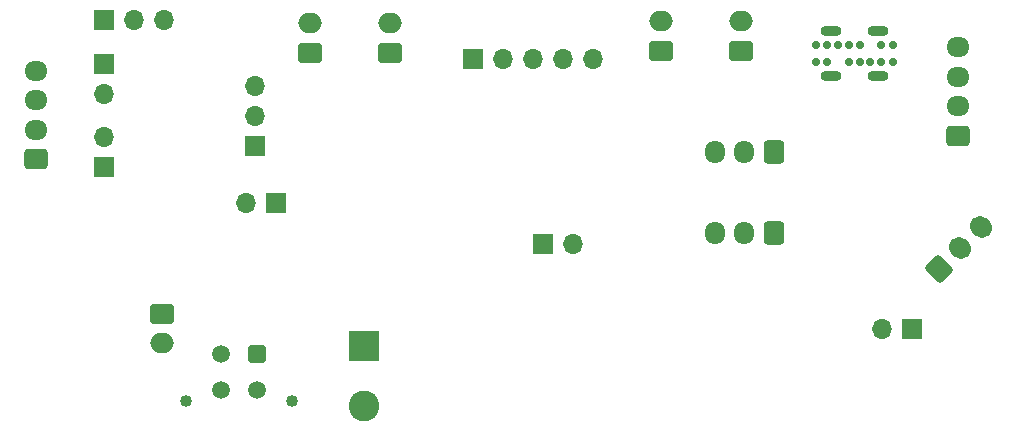
<source format=gbr>
%TF.GenerationSoftware,KiCad,Pcbnew,8.0.2-1*%
%TF.CreationDate,2024-05-27T23:14:56-04:00*%
%TF.ProjectId,checkpoint,63686563-6b70-46f6-996e-742e6b696361,v1.1*%
%TF.SameCoordinates,Original*%
%TF.FileFunction,Soldermask,Bot*%
%TF.FilePolarity,Negative*%
%FSLAX46Y46*%
G04 Gerber Fmt 4.6, Leading zero omitted, Abs format (unit mm)*
G04 Created by KiCad (PCBNEW 8.0.2-1) date 2024-05-27 23:14:56*
%MOMM*%
%LPD*%
G01*
G04 APERTURE LIST*
G04 Aperture macros list*
%AMRoundRect*
0 Rectangle with rounded corners*
0 $1 Rounding radius*
0 $2 $3 $4 $5 $6 $7 $8 $9 X,Y pos of 4 corners*
0 Add a 4 corners polygon primitive as box body*
4,1,4,$2,$3,$4,$5,$6,$7,$8,$9,$2,$3,0*
0 Add four circle primitives for the rounded corners*
1,1,$1+$1,$2,$3*
1,1,$1+$1,$4,$5*
1,1,$1+$1,$6,$7*
1,1,$1+$1,$8,$9*
0 Add four rect primitives between the rounded corners*
20,1,$1+$1,$2,$3,$4,$5,0*
20,1,$1+$1,$4,$5,$6,$7,0*
20,1,$1+$1,$6,$7,$8,$9,0*
20,1,$1+$1,$8,$9,$2,$3,0*%
%AMHorizOval*
0 Thick line with rounded ends*
0 $1 width*
0 $2 $3 position (X,Y) of the first rounded end (center of the circle)*
0 $4 $5 position (X,Y) of the second rounded end (center of the circle)*
0 Add line between two ends*
20,1,$1,$2,$3,$4,$5,0*
0 Add two circle primitives to create the rounded ends*
1,1,$1,$2,$3*
1,1,$1,$4,$5*%
G04 Aperture macros list end*
%ADD10RoundRect,0.250000X0.750000X-0.600000X0.750000X0.600000X-0.750000X0.600000X-0.750000X-0.600000X0*%
%ADD11O,2.000000X1.700000*%
%ADD12R,1.700000X1.700000*%
%ADD13O,1.700000X1.700000*%
%ADD14RoundRect,0.250000X-0.750000X0.600000X-0.750000X-0.600000X0.750000X-0.600000X0.750000X0.600000X0*%
%ADD15R,2.600000X2.600000*%
%ADD16C,2.600000*%
%ADD17RoundRect,0.250000X0.600000X0.725000X-0.600000X0.725000X-0.600000X-0.725000X0.600000X-0.725000X0*%
%ADD18O,1.700000X1.950000*%
%ADD19RoundRect,0.250000X0.725000X-0.600000X0.725000X0.600000X-0.725000X0.600000X-0.725000X-0.600000X0*%
%ADD20O,1.950000X1.700000*%
%ADD21RoundRect,0.150000X-0.150000X-0.150000X0.150000X-0.150000X0.150000X0.150000X-0.150000X0.150000X0*%
%ADD22O,1.800000X0.900000*%
%ADD23C,1.020000*%
%ADD24RoundRect,0.250001X0.499999X0.499999X-0.499999X0.499999X-0.499999X-0.499999X0.499999X-0.499999X0*%
%ADD25C,1.500000*%
%ADD26RoundRect,0.250000X0.088388X-0.936916X0.936916X-0.088388X-0.088388X0.936916X-0.936916X0.088388X0*%
%ADD27HorizOval,1.700000X-0.088388X0.088388X0.088388X-0.088388X0*%
G04 APERTURE END LIST*
D10*
%TO.C,J1*%
X27039592Y-7108882D03*
D11*
X27039592Y-4608882D03*
%TD*%
D12*
%TO.C,JP1*%
X24144592Y-19858882D03*
D13*
X21604592Y-19858882D03*
%TD*%
D10*
%TO.C,J2*%
X33824592Y-7108882D03*
D11*
X33824592Y-4608882D03*
%TD*%
D14*
%TO.C,J10*%
X14515000Y-29190000D03*
D11*
X14515000Y-31690000D03*
%TD*%
D15*
%TO.C,J18*%
X31625000Y-31955000D03*
D16*
X31625000Y-37035000D03*
%TD*%
D12*
%TO.C,JP2*%
X77953454Y-30490000D03*
D13*
X75413454Y-30490000D03*
%TD*%
D12*
%TO.C,J8*%
X9539592Y-16788882D03*
D13*
X9539592Y-14248882D03*
%TD*%
D17*
%TO.C,J15*%
X66300000Y-22320000D03*
D18*
X63800000Y-22320000D03*
X61300000Y-22320000D03*
%TD*%
D12*
%TO.C,J16*%
X40810000Y-7630000D03*
D13*
X43350000Y-7630000D03*
X45890000Y-7630000D03*
X48430000Y-7630000D03*
X50970000Y-7630000D03*
%TD*%
D12*
%TO.C,J6*%
X9534592Y-4358882D03*
D13*
X12074592Y-4358882D03*
X14614592Y-4358882D03*
%TD*%
D10*
%TO.C,J3*%
X56739592Y-6908882D03*
D11*
X56739592Y-4408882D03*
%TD*%
D12*
%TO.C,J5*%
X9549592Y-8019471D03*
D13*
X9549592Y-10559471D03*
%TD*%
D12*
%TO.C,J11*%
X46719592Y-23278882D03*
D13*
X49259592Y-23278882D03*
%TD*%
D17*
%TO.C,J14*%
X66290000Y-15535000D03*
D18*
X63790000Y-15535000D03*
X61290000Y-15535000D03*
%TD*%
D19*
%TO.C,J7*%
X3790000Y-16110000D03*
D20*
X3790000Y-13610000D03*
X3790000Y-11110000D03*
X3790000Y-8610000D03*
%TD*%
D19*
%TO.C,J13*%
X81840000Y-14140000D03*
D20*
X81840000Y-11640000D03*
X81840000Y-9140000D03*
X81840000Y-6640000D03*
%TD*%
D21*
%TO.C,J17*%
X69840000Y-6450000D03*
X70790000Y-6450000D03*
X71740000Y-6450000D03*
X72640000Y-6450000D03*
X73540000Y-6450000D03*
X75390000Y-6450000D03*
X76340000Y-6450000D03*
X76340000Y-7850000D03*
X75390000Y-7850000D03*
X74440000Y-7850000D03*
X73540000Y-7850000D03*
X72640000Y-7850000D03*
X70790000Y-7850000D03*
X69840000Y-7850000D03*
D22*
X71090000Y-5220000D03*
X71090000Y-9080000D03*
X75090000Y-5220000D03*
X75090000Y-9080000D03*
%TD*%
D12*
%TO.C,J9*%
X22379592Y-14958882D03*
D13*
X22379592Y-12418882D03*
X22379592Y-9878882D03*
%TD*%
D10*
%TO.C,J4*%
X63509592Y-6908882D03*
D11*
X63509592Y-4408882D03*
%TD*%
D23*
%TO.C,J19*%
X25519592Y-36578882D03*
X16519592Y-36578882D03*
D24*
X22519592Y-32638882D03*
D25*
X19519592Y-32638882D03*
X22519592Y-35638882D03*
X19519592Y-35638882D03*
%TD*%
D26*
%TO.C,J12*%
X80271752Y-25377286D03*
D27*
X82039519Y-23609519D03*
X83807286Y-21841752D03*
%TD*%
M02*

</source>
